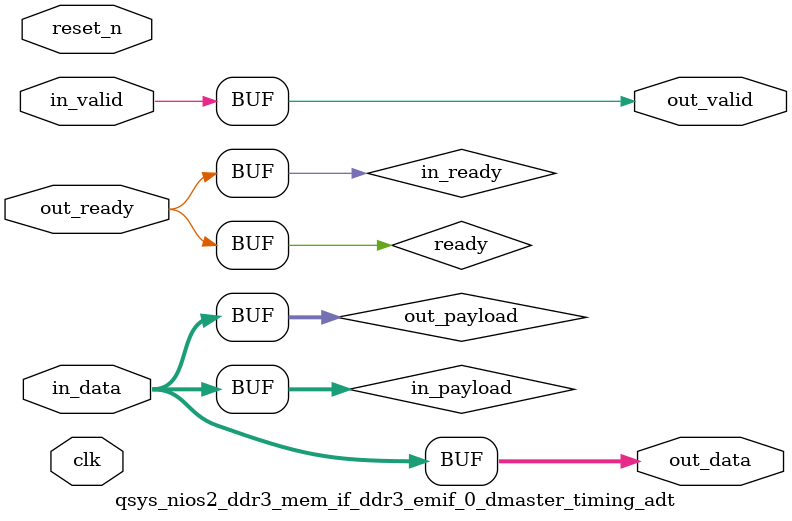
<source format=v>

`timescale 1ns / 100ps
module qsys_nios2_ddr3_mem_if_ddr3_emif_0_dmaster_timing_adt (
    
      // Interface: clk
      input              clk,
      // Interface: reset
      input              reset_n,
      // Interface: in
      input              in_valid,
      input      [ 7: 0] in_data,
      // Interface: out
      output reg         out_valid,
      output reg [ 7: 0] out_data,
      input              out_ready
);




   // ---------------------------------------------------------------------
   //| Signal Declarations
   // ---------------------------------------------------------------------

   reg  [ 7: 0] in_payload;
   reg  [ 7: 0] out_payload;
   reg  [ 0: 0] ready;
   reg          in_ready;
   // synthesis translate_off
   always @(negedge in_ready) begin
      $display("%m: The downstream component is backpressuring by deasserting ready, but the upstream component can't be backpressured.");
   end
   // synthesis translate_on   


   // ---------------------------------------------------------------------
   //| Payload Mapping
   // ---------------------------------------------------------------------
   always @* begin
     in_payload = {in_data};
     {out_data} = out_payload;
   end

   // ---------------------------------------------------------------------
   //| Ready & valid signals.
   // ---------------------------------------------------------------------
   always @* begin
     ready[0] = out_ready;
     out_valid = in_valid;
     out_payload = in_payload;
     in_ready = ready[0];
   end




endmodule


</source>
